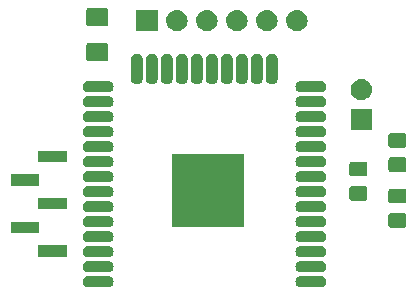
<source format=gbr>
G04 #@! TF.GenerationSoftware,KiCad,Pcbnew,5.0.2-bee76a0~70~ubuntu18.04.1*
G04 #@! TF.CreationDate,2018-12-11T14:37:26+01:00*
G04 #@! TF.ProjectId,Thermometer,54686572-6d6f-46d6-9574-65722e6b6963,rev?*
G04 #@! TF.SameCoordinates,Original*
G04 #@! TF.FileFunction,Soldermask,Top*
G04 #@! TF.FilePolarity,Negative*
%FSLAX46Y46*%
G04 Gerber Fmt 4.6, Leading zero omitted, Abs format (unit mm)*
G04 Created by KiCad (PCBNEW 5.0.2-bee76a0~70~ubuntu18.04.1) date mar. 11 déc. 2018 14:37:26 CET*
%MOMM*%
%LPD*%
G01*
G04 APERTURE LIST*
%ADD10C,0.100000*%
G04 APERTURE END LIST*
D10*
G36*
X121744779Y-108591587D02*
X121839218Y-108620235D01*
X121926253Y-108666756D01*
X122002541Y-108729363D01*
X122065148Y-108805651D01*
X122111669Y-108892686D01*
X122140317Y-108987125D01*
X122149990Y-109085338D01*
X122140317Y-109183551D01*
X122111669Y-109277990D01*
X122065148Y-109365025D01*
X122002541Y-109441313D01*
X121926253Y-109503920D01*
X121839218Y-109550441D01*
X121744779Y-109579089D01*
X121671178Y-109586338D01*
X120021954Y-109586338D01*
X119948353Y-109579089D01*
X119853914Y-109550441D01*
X119766879Y-109503920D01*
X119690591Y-109441313D01*
X119627984Y-109365025D01*
X119581463Y-109277990D01*
X119552815Y-109183551D01*
X119543142Y-109085338D01*
X119552815Y-108987125D01*
X119581463Y-108892686D01*
X119627984Y-108805651D01*
X119690591Y-108729363D01*
X119766879Y-108666756D01*
X119853914Y-108620235D01*
X119948353Y-108591587D01*
X120021954Y-108584338D01*
X121671178Y-108584338D01*
X121744779Y-108591587D01*
X121744779Y-108591587D01*
G37*
G36*
X139744779Y-108591587D02*
X139839218Y-108620235D01*
X139926253Y-108666756D01*
X140002541Y-108729363D01*
X140065148Y-108805651D01*
X140111669Y-108892686D01*
X140140317Y-108987125D01*
X140149990Y-109085338D01*
X140140317Y-109183551D01*
X140111669Y-109277990D01*
X140065148Y-109365025D01*
X140002541Y-109441313D01*
X139926253Y-109503920D01*
X139839218Y-109550441D01*
X139744779Y-109579089D01*
X139671178Y-109586338D01*
X138021954Y-109586338D01*
X137948353Y-109579089D01*
X137853914Y-109550441D01*
X137766879Y-109503920D01*
X137690591Y-109441313D01*
X137627984Y-109365025D01*
X137581463Y-109277990D01*
X137552815Y-109183551D01*
X137543142Y-109085338D01*
X137552815Y-108987125D01*
X137581463Y-108892686D01*
X137627984Y-108805651D01*
X137690591Y-108729363D01*
X137766879Y-108666756D01*
X137853914Y-108620235D01*
X137948353Y-108591587D01*
X138021954Y-108584338D01*
X139671178Y-108584338D01*
X139744779Y-108591587D01*
X139744779Y-108591587D01*
G37*
G36*
X139744779Y-107321587D02*
X139839218Y-107350235D01*
X139926253Y-107396756D01*
X140002541Y-107459363D01*
X140065148Y-107535651D01*
X140111669Y-107622686D01*
X140140317Y-107717125D01*
X140149990Y-107815338D01*
X140140317Y-107913551D01*
X140111669Y-108007990D01*
X140065148Y-108095025D01*
X140002541Y-108171313D01*
X139926253Y-108233920D01*
X139839218Y-108280441D01*
X139744779Y-108309089D01*
X139671178Y-108316338D01*
X138021954Y-108316338D01*
X137948353Y-108309089D01*
X137853914Y-108280441D01*
X137766879Y-108233920D01*
X137690591Y-108171313D01*
X137627984Y-108095025D01*
X137581463Y-108007990D01*
X137552815Y-107913551D01*
X137543142Y-107815338D01*
X137552815Y-107717125D01*
X137581463Y-107622686D01*
X137627984Y-107535651D01*
X137690591Y-107459363D01*
X137766879Y-107396756D01*
X137853914Y-107350235D01*
X137948353Y-107321587D01*
X138021954Y-107314338D01*
X139671178Y-107314338D01*
X139744779Y-107321587D01*
X139744779Y-107321587D01*
G37*
G36*
X121744779Y-107321587D02*
X121839218Y-107350235D01*
X121926253Y-107396756D01*
X122002541Y-107459363D01*
X122065148Y-107535651D01*
X122111669Y-107622686D01*
X122140317Y-107717125D01*
X122149990Y-107815338D01*
X122140317Y-107913551D01*
X122111669Y-108007990D01*
X122065148Y-108095025D01*
X122002541Y-108171313D01*
X121926253Y-108233920D01*
X121839218Y-108280441D01*
X121744779Y-108309089D01*
X121671178Y-108316338D01*
X120021954Y-108316338D01*
X119948353Y-108309089D01*
X119853914Y-108280441D01*
X119766879Y-108233920D01*
X119690591Y-108171313D01*
X119627984Y-108095025D01*
X119581463Y-108007990D01*
X119552815Y-107913551D01*
X119543142Y-107815338D01*
X119552815Y-107717125D01*
X119581463Y-107622686D01*
X119627984Y-107535651D01*
X119690591Y-107459363D01*
X119766879Y-107396756D01*
X119853914Y-107350235D01*
X119948353Y-107321587D01*
X120021954Y-107314338D01*
X121671178Y-107314338D01*
X121744779Y-107321587D01*
X121744779Y-107321587D01*
G37*
G36*
X139744779Y-106051587D02*
X139839218Y-106080235D01*
X139926253Y-106126756D01*
X140002541Y-106189363D01*
X140065148Y-106265651D01*
X140111669Y-106352686D01*
X140140317Y-106447125D01*
X140149990Y-106545338D01*
X140140317Y-106643551D01*
X140111669Y-106737990D01*
X140065148Y-106825025D01*
X140002541Y-106901313D01*
X139926253Y-106963920D01*
X139839218Y-107010441D01*
X139744779Y-107039089D01*
X139671178Y-107046338D01*
X138021954Y-107046338D01*
X137948353Y-107039089D01*
X137853914Y-107010441D01*
X137766879Y-106963920D01*
X137690591Y-106901313D01*
X137627984Y-106825025D01*
X137581463Y-106737990D01*
X137552815Y-106643551D01*
X137543142Y-106545338D01*
X137552815Y-106447125D01*
X137581463Y-106352686D01*
X137627984Y-106265651D01*
X137690591Y-106189363D01*
X137766879Y-106126756D01*
X137853914Y-106080235D01*
X137948353Y-106051587D01*
X138021954Y-106044338D01*
X139671178Y-106044338D01*
X139744779Y-106051587D01*
X139744779Y-106051587D01*
G37*
G36*
X121744779Y-106051587D02*
X121839218Y-106080235D01*
X121926253Y-106126756D01*
X122002541Y-106189363D01*
X122065148Y-106265651D01*
X122111669Y-106352686D01*
X122140317Y-106447125D01*
X122149990Y-106545338D01*
X122140317Y-106643551D01*
X122111669Y-106737990D01*
X122065148Y-106825025D01*
X122002541Y-106901313D01*
X121926253Y-106963920D01*
X121839218Y-107010441D01*
X121744779Y-107039089D01*
X121671178Y-107046338D01*
X120021954Y-107046338D01*
X119948353Y-107039089D01*
X119853914Y-107010441D01*
X119766879Y-106963920D01*
X119690591Y-106901313D01*
X119627984Y-106825025D01*
X119581463Y-106737990D01*
X119552815Y-106643551D01*
X119543142Y-106545338D01*
X119552815Y-106447125D01*
X119581463Y-106352686D01*
X119627984Y-106265651D01*
X119690591Y-106189363D01*
X119766879Y-106126756D01*
X119853914Y-106080235D01*
X119948353Y-106051587D01*
X120021954Y-106044338D01*
X121671178Y-106044338D01*
X121744779Y-106051587D01*
X121744779Y-106051587D01*
G37*
G36*
X118226000Y-106976000D02*
X115774000Y-106976000D01*
X115774000Y-106024000D01*
X118226000Y-106024000D01*
X118226000Y-106976000D01*
X118226000Y-106976000D01*
G37*
G36*
X139744779Y-104781587D02*
X139839218Y-104810235D01*
X139926253Y-104856756D01*
X140002541Y-104919363D01*
X140065148Y-104995651D01*
X140111669Y-105082686D01*
X140140317Y-105177125D01*
X140149990Y-105275338D01*
X140140317Y-105373551D01*
X140111669Y-105467990D01*
X140065148Y-105555025D01*
X140002541Y-105631313D01*
X139926253Y-105693920D01*
X139839218Y-105740441D01*
X139744779Y-105769089D01*
X139671178Y-105776338D01*
X138021954Y-105776338D01*
X137948353Y-105769089D01*
X137853914Y-105740441D01*
X137766879Y-105693920D01*
X137690591Y-105631313D01*
X137627984Y-105555025D01*
X137581463Y-105467990D01*
X137552815Y-105373551D01*
X137543142Y-105275338D01*
X137552815Y-105177125D01*
X137581463Y-105082686D01*
X137627984Y-104995651D01*
X137690591Y-104919363D01*
X137766879Y-104856756D01*
X137853914Y-104810235D01*
X137948353Y-104781587D01*
X138021954Y-104774338D01*
X139671178Y-104774338D01*
X139744779Y-104781587D01*
X139744779Y-104781587D01*
G37*
G36*
X121744779Y-104781587D02*
X121839218Y-104810235D01*
X121926253Y-104856756D01*
X122002541Y-104919363D01*
X122065148Y-104995651D01*
X122111669Y-105082686D01*
X122140317Y-105177125D01*
X122149990Y-105275338D01*
X122140317Y-105373551D01*
X122111669Y-105467990D01*
X122065148Y-105555025D01*
X122002541Y-105631313D01*
X121926253Y-105693920D01*
X121839218Y-105740441D01*
X121744779Y-105769089D01*
X121671178Y-105776338D01*
X120021954Y-105776338D01*
X119948353Y-105769089D01*
X119853914Y-105740441D01*
X119766879Y-105693920D01*
X119690591Y-105631313D01*
X119627984Y-105555025D01*
X119581463Y-105467990D01*
X119552815Y-105373551D01*
X119543142Y-105275338D01*
X119552815Y-105177125D01*
X119581463Y-105082686D01*
X119627984Y-104995651D01*
X119690591Y-104919363D01*
X119766879Y-104856756D01*
X119853914Y-104810235D01*
X119948353Y-104781587D01*
X120021954Y-104774338D01*
X121671178Y-104774338D01*
X121744779Y-104781587D01*
X121744779Y-104781587D01*
G37*
G36*
X115876000Y-104976000D02*
X113424000Y-104976000D01*
X113424000Y-104024000D01*
X115876000Y-104024000D01*
X115876000Y-104976000D01*
X115876000Y-104976000D01*
G37*
G36*
X146765677Y-103282465D02*
X146803364Y-103293898D01*
X146838103Y-103312466D01*
X146868548Y-103337452D01*
X146893534Y-103367897D01*
X146912102Y-103402636D01*
X146923535Y-103440323D01*
X146928000Y-103485661D01*
X146928000Y-104322339D01*
X146923535Y-104367677D01*
X146912102Y-104405364D01*
X146893534Y-104440103D01*
X146868548Y-104470548D01*
X146838103Y-104495534D01*
X146803364Y-104514102D01*
X146765677Y-104525535D01*
X146720339Y-104530000D01*
X145633661Y-104530000D01*
X145588323Y-104525535D01*
X145550636Y-104514102D01*
X145515897Y-104495534D01*
X145485452Y-104470548D01*
X145460466Y-104440103D01*
X145441898Y-104405364D01*
X145430465Y-104367677D01*
X145426000Y-104322339D01*
X145426000Y-103485661D01*
X145430465Y-103440323D01*
X145441898Y-103402636D01*
X145460466Y-103367897D01*
X145485452Y-103337452D01*
X145515897Y-103312466D01*
X145550636Y-103293898D01*
X145588323Y-103282465D01*
X145633661Y-103278000D01*
X146720339Y-103278000D01*
X146765677Y-103282465D01*
X146765677Y-103282465D01*
G37*
G36*
X121744779Y-103511587D02*
X121839218Y-103540235D01*
X121926253Y-103586756D01*
X122002541Y-103649363D01*
X122065148Y-103725651D01*
X122111669Y-103812686D01*
X122140317Y-103907125D01*
X122149990Y-104005338D01*
X122140317Y-104103551D01*
X122111669Y-104197990D01*
X122065148Y-104285025D01*
X122002541Y-104361313D01*
X121926253Y-104423920D01*
X121839218Y-104470441D01*
X121744779Y-104499089D01*
X121671178Y-104506338D01*
X120021954Y-104506338D01*
X119948353Y-104499089D01*
X119853914Y-104470441D01*
X119766879Y-104423920D01*
X119690591Y-104361313D01*
X119627984Y-104285025D01*
X119581463Y-104197990D01*
X119552815Y-104103551D01*
X119543142Y-104005338D01*
X119552815Y-103907125D01*
X119581463Y-103812686D01*
X119627984Y-103725651D01*
X119690591Y-103649363D01*
X119766879Y-103586756D01*
X119853914Y-103540235D01*
X119948353Y-103511587D01*
X120021954Y-103504338D01*
X121671178Y-103504338D01*
X121744779Y-103511587D01*
X121744779Y-103511587D01*
G37*
G36*
X139744779Y-103511587D02*
X139839218Y-103540235D01*
X139926253Y-103586756D01*
X140002541Y-103649363D01*
X140065148Y-103725651D01*
X140111669Y-103812686D01*
X140140317Y-103907125D01*
X140149990Y-104005338D01*
X140140317Y-104103551D01*
X140111669Y-104197990D01*
X140065148Y-104285025D01*
X140002541Y-104361313D01*
X139926253Y-104423920D01*
X139839218Y-104470441D01*
X139744779Y-104499089D01*
X139671178Y-104506338D01*
X138021954Y-104506338D01*
X137948353Y-104499089D01*
X137853914Y-104470441D01*
X137766879Y-104423920D01*
X137690591Y-104361313D01*
X137627984Y-104285025D01*
X137581463Y-104197990D01*
X137552815Y-104103551D01*
X137543142Y-104005338D01*
X137552815Y-103907125D01*
X137581463Y-103812686D01*
X137627984Y-103725651D01*
X137690591Y-103649363D01*
X137766879Y-103586756D01*
X137853914Y-103540235D01*
X137948353Y-103511587D01*
X138021954Y-103504338D01*
X139671178Y-103504338D01*
X139744779Y-103511587D01*
X139744779Y-103511587D01*
G37*
G36*
X133197566Y-104436338D02*
X127095566Y-104436338D01*
X127095566Y-98334338D01*
X133197566Y-98334338D01*
X133197566Y-104436338D01*
X133197566Y-104436338D01*
G37*
G36*
X139744779Y-102241587D02*
X139839218Y-102270235D01*
X139926253Y-102316756D01*
X140002541Y-102379363D01*
X140065148Y-102455651D01*
X140111669Y-102542686D01*
X140140317Y-102637125D01*
X140149990Y-102735338D01*
X140140317Y-102833551D01*
X140111669Y-102927990D01*
X140065148Y-103015025D01*
X140002541Y-103091313D01*
X139926253Y-103153920D01*
X139839218Y-103200441D01*
X139744779Y-103229089D01*
X139671178Y-103236338D01*
X138021954Y-103236338D01*
X137948353Y-103229089D01*
X137853914Y-103200441D01*
X137766879Y-103153920D01*
X137690591Y-103091313D01*
X137627984Y-103015025D01*
X137581463Y-102927990D01*
X137552815Y-102833551D01*
X137543142Y-102735338D01*
X137552815Y-102637125D01*
X137581463Y-102542686D01*
X137627984Y-102455651D01*
X137690591Y-102379363D01*
X137766879Y-102316756D01*
X137853914Y-102270235D01*
X137948353Y-102241587D01*
X138021954Y-102234338D01*
X139671178Y-102234338D01*
X139744779Y-102241587D01*
X139744779Y-102241587D01*
G37*
G36*
X121744779Y-102241587D02*
X121839218Y-102270235D01*
X121926253Y-102316756D01*
X122002541Y-102379363D01*
X122065148Y-102455651D01*
X122111669Y-102542686D01*
X122140317Y-102637125D01*
X122149990Y-102735338D01*
X122140317Y-102833551D01*
X122111669Y-102927990D01*
X122065148Y-103015025D01*
X122002541Y-103091313D01*
X121926253Y-103153920D01*
X121839218Y-103200441D01*
X121744779Y-103229089D01*
X121671178Y-103236338D01*
X120021954Y-103236338D01*
X119948353Y-103229089D01*
X119853914Y-103200441D01*
X119766879Y-103153920D01*
X119690591Y-103091313D01*
X119627984Y-103015025D01*
X119581463Y-102927990D01*
X119552815Y-102833551D01*
X119543142Y-102735338D01*
X119552815Y-102637125D01*
X119581463Y-102542686D01*
X119627984Y-102455651D01*
X119690591Y-102379363D01*
X119766879Y-102316756D01*
X119853914Y-102270235D01*
X119948353Y-102241587D01*
X120021954Y-102234338D01*
X121671178Y-102234338D01*
X121744779Y-102241587D01*
X121744779Y-102241587D01*
G37*
G36*
X118226000Y-102976000D02*
X115774000Y-102976000D01*
X115774000Y-102024000D01*
X118226000Y-102024000D01*
X118226000Y-102976000D01*
X118226000Y-102976000D01*
G37*
G36*
X146765677Y-101232465D02*
X146803364Y-101243898D01*
X146838103Y-101262466D01*
X146868548Y-101287452D01*
X146893534Y-101317897D01*
X146912102Y-101352636D01*
X146923535Y-101390323D01*
X146928000Y-101435661D01*
X146928000Y-102272339D01*
X146923535Y-102317677D01*
X146912102Y-102355364D01*
X146893534Y-102390103D01*
X146868548Y-102420548D01*
X146838103Y-102445534D01*
X146803364Y-102464102D01*
X146765677Y-102475535D01*
X146720339Y-102480000D01*
X145633661Y-102480000D01*
X145588323Y-102475535D01*
X145550636Y-102464102D01*
X145515897Y-102445534D01*
X145485452Y-102420548D01*
X145460466Y-102390103D01*
X145441898Y-102355364D01*
X145430465Y-102317677D01*
X145426000Y-102272339D01*
X145426000Y-101435661D01*
X145430465Y-101390323D01*
X145441898Y-101352636D01*
X145460466Y-101317897D01*
X145485452Y-101287452D01*
X145515897Y-101262466D01*
X145550636Y-101243898D01*
X145588323Y-101232465D01*
X145633661Y-101228000D01*
X146720339Y-101228000D01*
X146765677Y-101232465D01*
X146765677Y-101232465D01*
G37*
G36*
X143463677Y-100996465D02*
X143501364Y-101007898D01*
X143536103Y-101026466D01*
X143566548Y-101051452D01*
X143591534Y-101081897D01*
X143610102Y-101116636D01*
X143621535Y-101154323D01*
X143626000Y-101199661D01*
X143626000Y-102036339D01*
X143621535Y-102081677D01*
X143610102Y-102119364D01*
X143591534Y-102154103D01*
X143566548Y-102184548D01*
X143536103Y-102209534D01*
X143501364Y-102228102D01*
X143463677Y-102239535D01*
X143418339Y-102244000D01*
X142331661Y-102244000D01*
X142286323Y-102239535D01*
X142248636Y-102228102D01*
X142213897Y-102209534D01*
X142183452Y-102184548D01*
X142158466Y-102154103D01*
X142139898Y-102119364D01*
X142128465Y-102081677D01*
X142124000Y-102036339D01*
X142124000Y-101199661D01*
X142128465Y-101154323D01*
X142139898Y-101116636D01*
X142158466Y-101081897D01*
X142183452Y-101051452D01*
X142213897Y-101026466D01*
X142248636Y-101007898D01*
X142286323Y-100996465D01*
X142331661Y-100992000D01*
X143418339Y-100992000D01*
X143463677Y-100996465D01*
X143463677Y-100996465D01*
G37*
G36*
X139744779Y-100971587D02*
X139839218Y-101000235D01*
X139926253Y-101046756D01*
X140002541Y-101109363D01*
X140065148Y-101185651D01*
X140111669Y-101272686D01*
X140140317Y-101367125D01*
X140149990Y-101465338D01*
X140140317Y-101563551D01*
X140111669Y-101657990D01*
X140065148Y-101745025D01*
X140002541Y-101821313D01*
X139926253Y-101883920D01*
X139839218Y-101930441D01*
X139744779Y-101959089D01*
X139671178Y-101966338D01*
X138021954Y-101966338D01*
X137948353Y-101959089D01*
X137853914Y-101930441D01*
X137766879Y-101883920D01*
X137690591Y-101821313D01*
X137627984Y-101745025D01*
X137581463Y-101657990D01*
X137552815Y-101563551D01*
X137543142Y-101465338D01*
X137552815Y-101367125D01*
X137581463Y-101272686D01*
X137627984Y-101185651D01*
X137690591Y-101109363D01*
X137766879Y-101046756D01*
X137853914Y-101000235D01*
X137948353Y-100971587D01*
X138021954Y-100964338D01*
X139671178Y-100964338D01*
X139744779Y-100971587D01*
X139744779Y-100971587D01*
G37*
G36*
X121744779Y-100971587D02*
X121839218Y-101000235D01*
X121926253Y-101046756D01*
X122002541Y-101109363D01*
X122065148Y-101185651D01*
X122111669Y-101272686D01*
X122140317Y-101367125D01*
X122149990Y-101465338D01*
X122140317Y-101563551D01*
X122111669Y-101657990D01*
X122065148Y-101745025D01*
X122002541Y-101821313D01*
X121926253Y-101883920D01*
X121839218Y-101930441D01*
X121744779Y-101959089D01*
X121671178Y-101966338D01*
X120021954Y-101966338D01*
X119948353Y-101959089D01*
X119853914Y-101930441D01*
X119766879Y-101883920D01*
X119690591Y-101821313D01*
X119627984Y-101745025D01*
X119581463Y-101657990D01*
X119552815Y-101563551D01*
X119543142Y-101465338D01*
X119552815Y-101367125D01*
X119581463Y-101272686D01*
X119627984Y-101185651D01*
X119690591Y-101109363D01*
X119766879Y-101046756D01*
X119853914Y-101000235D01*
X119948353Y-100971587D01*
X120021954Y-100964338D01*
X121671178Y-100964338D01*
X121744779Y-100971587D01*
X121744779Y-100971587D01*
G37*
G36*
X115876000Y-100976000D02*
X113424000Y-100976000D01*
X113424000Y-100024000D01*
X115876000Y-100024000D01*
X115876000Y-100976000D01*
X115876000Y-100976000D01*
G37*
G36*
X121744779Y-99701587D02*
X121839218Y-99730235D01*
X121926253Y-99776756D01*
X122002541Y-99839363D01*
X122065148Y-99915651D01*
X122111669Y-100002686D01*
X122140317Y-100097125D01*
X122149990Y-100195338D01*
X122140317Y-100293551D01*
X122111669Y-100387990D01*
X122065148Y-100475025D01*
X122002541Y-100551313D01*
X121926253Y-100613920D01*
X121839218Y-100660441D01*
X121744779Y-100689089D01*
X121671178Y-100696338D01*
X120021954Y-100696338D01*
X119948353Y-100689089D01*
X119853914Y-100660441D01*
X119766879Y-100613920D01*
X119690591Y-100551313D01*
X119627984Y-100475025D01*
X119581463Y-100387990D01*
X119552815Y-100293551D01*
X119543142Y-100195338D01*
X119552815Y-100097125D01*
X119581463Y-100002686D01*
X119627984Y-99915651D01*
X119690591Y-99839363D01*
X119766879Y-99776756D01*
X119853914Y-99730235D01*
X119948353Y-99701587D01*
X120021954Y-99694338D01*
X121671178Y-99694338D01*
X121744779Y-99701587D01*
X121744779Y-99701587D01*
G37*
G36*
X139744779Y-99701587D02*
X139839218Y-99730235D01*
X139926253Y-99776756D01*
X140002541Y-99839363D01*
X140065148Y-99915651D01*
X140111669Y-100002686D01*
X140140317Y-100097125D01*
X140149990Y-100195338D01*
X140140317Y-100293551D01*
X140111669Y-100387990D01*
X140065148Y-100475025D01*
X140002541Y-100551313D01*
X139926253Y-100613920D01*
X139839218Y-100660441D01*
X139744779Y-100689089D01*
X139671178Y-100696338D01*
X138021954Y-100696338D01*
X137948353Y-100689089D01*
X137853914Y-100660441D01*
X137766879Y-100613920D01*
X137690591Y-100551313D01*
X137627984Y-100475025D01*
X137581463Y-100387990D01*
X137552815Y-100293551D01*
X137543142Y-100195338D01*
X137552815Y-100097125D01*
X137581463Y-100002686D01*
X137627984Y-99915651D01*
X137690591Y-99839363D01*
X137766879Y-99776756D01*
X137853914Y-99730235D01*
X137948353Y-99701587D01*
X138021954Y-99694338D01*
X139671178Y-99694338D01*
X139744779Y-99701587D01*
X139744779Y-99701587D01*
G37*
G36*
X143463677Y-98946465D02*
X143501364Y-98957898D01*
X143536103Y-98976466D01*
X143566548Y-99001452D01*
X143591534Y-99031897D01*
X143610102Y-99066636D01*
X143621535Y-99104323D01*
X143626000Y-99149661D01*
X143626000Y-99986339D01*
X143621535Y-100031677D01*
X143610102Y-100069364D01*
X143591534Y-100104103D01*
X143566548Y-100134548D01*
X143536103Y-100159534D01*
X143501364Y-100178102D01*
X143463677Y-100189535D01*
X143418339Y-100194000D01*
X142331661Y-100194000D01*
X142286323Y-100189535D01*
X142248636Y-100178102D01*
X142213897Y-100159534D01*
X142183452Y-100134548D01*
X142158466Y-100104103D01*
X142139898Y-100069364D01*
X142128465Y-100031677D01*
X142124000Y-99986339D01*
X142124000Y-99149661D01*
X142128465Y-99104323D01*
X142139898Y-99066636D01*
X142158466Y-99031897D01*
X142183452Y-99001452D01*
X142213897Y-98976466D01*
X142248636Y-98957898D01*
X142286323Y-98946465D01*
X142331661Y-98942000D01*
X143418339Y-98942000D01*
X143463677Y-98946465D01*
X143463677Y-98946465D01*
G37*
G36*
X146765677Y-98565465D02*
X146803364Y-98576898D01*
X146838103Y-98595466D01*
X146868548Y-98620452D01*
X146893534Y-98650897D01*
X146912102Y-98685636D01*
X146923535Y-98723323D01*
X146928000Y-98768661D01*
X146928000Y-99605339D01*
X146923535Y-99650677D01*
X146912102Y-99688364D01*
X146893534Y-99723103D01*
X146868548Y-99753548D01*
X146838103Y-99778534D01*
X146803364Y-99797102D01*
X146765677Y-99808535D01*
X146720339Y-99813000D01*
X145633661Y-99813000D01*
X145588323Y-99808535D01*
X145550636Y-99797102D01*
X145515897Y-99778534D01*
X145485452Y-99753548D01*
X145460466Y-99723103D01*
X145441898Y-99688364D01*
X145430465Y-99650677D01*
X145426000Y-99605339D01*
X145426000Y-98768661D01*
X145430465Y-98723323D01*
X145441898Y-98685636D01*
X145460466Y-98650897D01*
X145485452Y-98620452D01*
X145515897Y-98595466D01*
X145550636Y-98576898D01*
X145588323Y-98565465D01*
X145633661Y-98561000D01*
X146720339Y-98561000D01*
X146765677Y-98565465D01*
X146765677Y-98565465D01*
G37*
G36*
X139744779Y-98431587D02*
X139839218Y-98460235D01*
X139926253Y-98506756D01*
X140002541Y-98569363D01*
X140065148Y-98645651D01*
X140111669Y-98732686D01*
X140140317Y-98827125D01*
X140149990Y-98925338D01*
X140140317Y-99023551D01*
X140111669Y-99117990D01*
X140065148Y-99205025D01*
X140002541Y-99281313D01*
X139926253Y-99343920D01*
X139839218Y-99390441D01*
X139744779Y-99419089D01*
X139671178Y-99426338D01*
X138021954Y-99426338D01*
X137948353Y-99419089D01*
X137853914Y-99390441D01*
X137766879Y-99343920D01*
X137690591Y-99281313D01*
X137627984Y-99205025D01*
X137581463Y-99117990D01*
X137552815Y-99023551D01*
X137543142Y-98925338D01*
X137552815Y-98827125D01*
X137581463Y-98732686D01*
X137627984Y-98645651D01*
X137690591Y-98569363D01*
X137766879Y-98506756D01*
X137853914Y-98460235D01*
X137948353Y-98431587D01*
X138021954Y-98424338D01*
X139671178Y-98424338D01*
X139744779Y-98431587D01*
X139744779Y-98431587D01*
G37*
G36*
X121744779Y-98431587D02*
X121839218Y-98460235D01*
X121926253Y-98506756D01*
X122002541Y-98569363D01*
X122065148Y-98645651D01*
X122111669Y-98732686D01*
X122140317Y-98827125D01*
X122149990Y-98925338D01*
X122140317Y-99023551D01*
X122111669Y-99117990D01*
X122065148Y-99205025D01*
X122002541Y-99281313D01*
X121926253Y-99343920D01*
X121839218Y-99390441D01*
X121744779Y-99419089D01*
X121671178Y-99426338D01*
X120021954Y-99426338D01*
X119948353Y-99419089D01*
X119853914Y-99390441D01*
X119766879Y-99343920D01*
X119690591Y-99281313D01*
X119627984Y-99205025D01*
X119581463Y-99117990D01*
X119552815Y-99023551D01*
X119543142Y-98925338D01*
X119552815Y-98827125D01*
X119581463Y-98732686D01*
X119627984Y-98645651D01*
X119690591Y-98569363D01*
X119766879Y-98506756D01*
X119853914Y-98460235D01*
X119948353Y-98431587D01*
X120021954Y-98424338D01*
X121671178Y-98424338D01*
X121744779Y-98431587D01*
X121744779Y-98431587D01*
G37*
G36*
X118226000Y-98976000D02*
X115774000Y-98976000D01*
X115774000Y-98024000D01*
X118226000Y-98024000D01*
X118226000Y-98976000D01*
X118226000Y-98976000D01*
G37*
G36*
X139744779Y-97161587D02*
X139839218Y-97190235D01*
X139926253Y-97236756D01*
X140002541Y-97299363D01*
X140065148Y-97375651D01*
X140111669Y-97462686D01*
X140140317Y-97557125D01*
X140149990Y-97655338D01*
X140140317Y-97753551D01*
X140111669Y-97847990D01*
X140065148Y-97935025D01*
X140002541Y-98011313D01*
X139926253Y-98073920D01*
X139839218Y-98120441D01*
X139744779Y-98149089D01*
X139671178Y-98156338D01*
X138021954Y-98156338D01*
X137948353Y-98149089D01*
X137853914Y-98120441D01*
X137766879Y-98073920D01*
X137690591Y-98011313D01*
X137627984Y-97935025D01*
X137581463Y-97847990D01*
X137552815Y-97753551D01*
X137543142Y-97655338D01*
X137552815Y-97557125D01*
X137581463Y-97462686D01*
X137627984Y-97375651D01*
X137690591Y-97299363D01*
X137766879Y-97236756D01*
X137853914Y-97190235D01*
X137948353Y-97161587D01*
X138021954Y-97154338D01*
X139671178Y-97154338D01*
X139744779Y-97161587D01*
X139744779Y-97161587D01*
G37*
G36*
X121744779Y-97161587D02*
X121839218Y-97190235D01*
X121926253Y-97236756D01*
X122002541Y-97299363D01*
X122065148Y-97375651D01*
X122111669Y-97462686D01*
X122140317Y-97557125D01*
X122149990Y-97655338D01*
X122140317Y-97753551D01*
X122111669Y-97847990D01*
X122065148Y-97935025D01*
X122002541Y-98011313D01*
X121926253Y-98073920D01*
X121839218Y-98120441D01*
X121744779Y-98149089D01*
X121671178Y-98156338D01*
X120021954Y-98156338D01*
X119948353Y-98149089D01*
X119853914Y-98120441D01*
X119766879Y-98073920D01*
X119690591Y-98011313D01*
X119627984Y-97935025D01*
X119581463Y-97847990D01*
X119552815Y-97753551D01*
X119543142Y-97655338D01*
X119552815Y-97557125D01*
X119581463Y-97462686D01*
X119627984Y-97375651D01*
X119690591Y-97299363D01*
X119766879Y-97236756D01*
X119853914Y-97190235D01*
X119948353Y-97161587D01*
X120021954Y-97154338D01*
X121671178Y-97154338D01*
X121744779Y-97161587D01*
X121744779Y-97161587D01*
G37*
G36*
X146765677Y-96515465D02*
X146803364Y-96526898D01*
X146838103Y-96545466D01*
X146868548Y-96570452D01*
X146893534Y-96600897D01*
X146912102Y-96635636D01*
X146923535Y-96673323D01*
X146928000Y-96718661D01*
X146928000Y-97555339D01*
X146923535Y-97600677D01*
X146912102Y-97638364D01*
X146893534Y-97673103D01*
X146868548Y-97703548D01*
X146838103Y-97728534D01*
X146803364Y-97747102D01*
X146765677Y-97758535D01*
X146720339Y-97763000D01*
X145633661Y-97763000D01*
X145588323Y-97758535D01*
X145550636Y-97747102D01*
X145515897Y-97728534D01*
X145485452Y-97703548D01*
X145460466Y-97673103D01*
X145441898Y-97638364D01*
X145430465Y-97600677D01*
X145426000Y-97555339D01*
X145426000Y-96718661D01*
X145430465Y-96673323D01*
X145441898Y-96635636D01*
X145460466Y-96600897D01*
X145485452Y-96570452D01*
X145515897Y-96545466D01*
X145550636Y-96526898D01*
X145588323Y-96515465D01*
X145633661Y-96511000D01*
X146720339Y-96511000D01*
X146765677Y-96515465D01*
X146765677Y-96515465D01*
G37*
G36*
X139744779Y-95891587D02*
X139839218Y-95920235D01*
X139926253Y-95966756D01*
X140002541Y-96029363D01*
X140065148Y-96105651D01*
X140111669Y-96192686D01*
X140140317Y-96287125D01*
X140149990Y-96385338D01*
X140140317Y-96483551D01*
X140111669Y-96577990D01*
X140065148Y-96665025D01*
X140002541Y-96741313D01*
X139926253Y-96803920D01*
X139839218Y-96850441D01*
X139744779Y-96879089D01*
X139671178Y-96886338D01*
X138021954Y-96886338D01*
X137948353Y-96879089D01*
X137853914Y-96850441D01*
X137766879Y-96803920D01*
X137690591Y-96741313D01*
X137627984Y-96665025D01*
X137581463Y-96577990D01*
X137552815Y-96483551D01*
X137543142Y-96385338D01*
X137552815Y-96287125D01*
X137581463Y-96192686D01*
X137627984Y-96105651D01*
X137690591Y-96029363D01*
X137766879Y-95966756D01*
X137853914Y-95920235D01*
X137948353Y-95891587D01*
X138021954Y-95884338D01*
X139671178Y-95884338D01*
X139744779Y-95891587D01*
X139744779Y-95891587D01*
G37*
G36*
X121744779Y-95891587D02*
X121839218Y-95920235D01*
X121926253Y-95966756D01*
X122002541Y-96029363D01*
X122065148Y-96105651D01*
X122111669Y-96192686D01*
X122140317Y-96287125D01*
X122149990Y-96385338D01*
X122140317Y-96483551D01*
X122111669Y-96577990D01*
X122065148Y-96665025D01*
X122002541Y-96741313D01*
X121926253Y-96803920D01*
X121839218Y-96850441D01*
X121744779Y-96879089D01*
X121671178Y-96886338D01*
X120021954Y-96886338D01*
X119948353Y-96879089D01*
X119853914Y-96850441D01*
X119766879Y-96803920D01*
X119690591Y-96741313D01*
X119627984Y-96665025D01*
X119581463Y-96577990D01*
X119552815Y-96483551D01*
X119543142Y-96385338D01*
X119552815Y-96287125D01*
X119581463Y-96192686D01*
X119627984Y-96105651D01*
X119690591Y-96029363D01*
X119766879Y-95966756D01*
X119853914Y-95920235D01*
X119948353Y-95891587D01*
X120021954Y-95884338D01*
X121671178Y-95884338D01*
X121744779Y-95891587D01*
X121744779Y-95891587D01*
G37*
G36*
X144030000Y-96278000D02*
X142228000Y-96278000D01*
X142228000Y-94476000D01*
X144030000Y-94476000D01*
X144030000Y-96278000D01*
X144030000Y-96278000D01*
G37*
G36*
X121744779Y-94621587D02*
X121839218Y-94650235D01*
X121926253Y-94696756D01*
X122002541Y-94759363D01*
X122065148Y-94835651D01*
X122111669Y-94922686D01*
X122140317Y-95017125D01*
X122149990Y-95115338D01*
X122140317Y-95213551D01*
X122111669Y-95307990D01*
X122065148Y-95395025D01*
X122002541Y-95471313D01*
X121926253Y-95533920D01*
X121839218Y-95580441D01*
X121744779Y-95609089D01*
X121671178Y-95616338D01*
X120021954Y-95616338D01*
X119948353Y-95609089D01*
X119853914Y-95580441D01*
X119766879Y-95533920D01*
X119690591Y-95471313D01*
X119627984Y-95395025D01*
X119581463Y-95307990D01*
X119552815Y-95213551D01*
X119543142Y-95115338D01*
X119552815Y-95017125D01*
X119581463Y-94922686D01*
X119627984Y-94835651D01*
X119690591Y-94759363D01*
X119766879Y-94696756D01*
X119853914Y-94650235D01*
X119948353Y-94621587D01*
X120021954Y-94614338D01*
X121671178Y-94614338D01*
X121744779Y-94621587D01*
X121744779Y-94621587D01*
G37*
G36*
X139744779Y-94621587D02*
X139839218Y-94650235D01*
X139926253Y-94696756D01*
X140002541Y-94759363D01*
X140065148Y-94835651D01*
X140111669Y-94922686D01*
X140140317Y-95017125D01*
X140149990Y-95115338D01*
X140140317Y-95213551D01*
X140111669Y-95307990D01*
X140065148Y-95395025D01*
X140002541Y-95471313D01*
X139926253Y-95533920D01*
X139839218Y-95580441D01*
X139744779Y-95609089D01*
X139671178Y-95616338D01*
X138021954Y-95616338D01*
X137948353Y-95609089D01*
X137853914Y-95580441D01*
X137766879Y-95533920D01*
X137690591Y-95471313D01*
X137627984Y-95395025D01*
X137581463Y-95307990D01*
X137552815Y-95213551D01*
X137543142Y-95115338D01*
X137552815Y-95017125D01*
X137581463Y-94922686D01*
X137627984Y-94835651D01*
X137690591Y-94759363D01*
X137766879Y-94696756D01*
X137853914Y-94650235D01*
X137948353Y-94621587D01*
X138021954Y-94614338D01*
X139671178Y-94614338D01*
X139744779Y-94621587D01*
X139744779Y-94621587D01*
G37*
G36*
X139744779Y-93351587D02*
X139839218Y-93380235D01*
X139926253Y-93426756D01*
X140002541Y-93489363D01*
X140065148Y-93565651D01*
X140111669Y-93652686D01*
X140140317Y-93747125D01*
X140149990Y-93845338D01*
X140140317Y-93943551D01*
X140111669Y-94037990D01*
X140065148Y-94125025D01*
X140002541Y-94201313D01*
X139926253Y-94263920D01*
X139839218Y-94310441D01*
X139744779Y-94339089D01*
X139671178Y-94346338D01*
X138021954Y-94346338D01*
X137948353Y-94339089D01*
X137853914Y-94310441D01*
X137766879Y-94263920D01*
X137690591Y-94201313D01*
X137627984Y-94125025D01*
X137581463Y-94037990D01*
X137552815Y-93943551D01*
X137543142Y-93845338D01*
X137552815Y-93747125D01*
X137581463Y-93652686D01*
X137627984Y-93565651D01*
X137690591Y-93489363D01*
X137766879Y-93426756D01*
X137853914Y-93380235D01*
X137948353Y-93351587D01*
X138021954Y-93344338D01*
X139671178Y-93344338D01*
X139744779Y-93351587D01*
X139744779Y-93351587D01*
G37*
G36*
X121744779Y-93351587D02*
X121839218Y-93380235D01*
X121926253Y-93426756D01*
X122002541Y-93489363D01*
X122065148Y-93565651D01*
X122111669Y-93652686D01*
X122140317Y-93747125D01*
X122149990Y-93845338D01*
X122140317Y-93943551D01*
X122111669Y-94037990D01*
X122065148Y-94125025D01*
X122002541Y-94201313D01*
X121926253Y-94263920D01*
X121839218Y-94310441D01*
X121744779Y-94339089D01*
X121671178Y-94346338D01*
X120021954Y-94346338D01*
X119948353Y-94339089D01*
X119853914Y-94310441D01*
X119766879Y-94263920D01*
X119690591Y-94201313D01*
X119627984Y-94125025D01*
X119581463Y-94037990D01*
X119552815Y-93943551D01*
X119543142Y-93845338D01*
X119552815Y-93747125D01*
X119581463Y-93652686D01*
X119627984Y-93565651D01*
X119690591Y-93489363D01*
X119766879Y-93426756D01*
X119853914Y-93380235D01*
X119948353Y-93351587D01*
X120021954Y-93344338D01*
X121671178Y-93344338D01*
X121744779Y-93351587D01*
X121744779Y-93351587D01*
G37*
G36*
X143239443Y-91942519D02*
X143305627Y-91949037D01*
X143418853Y-91983384D01*
X143475467Y-92000557D01*
X143613499Y-92074338D01*
X143631991Y-92084222D01*
X143663688Y-92110235D01*
X143769186Y-92196814D01*
X143850297Y-92295650D01*
X143881778Y-92334009D01*
X143881779Y-92334011D01*
X143965443Y-92490533D01*
X143965443Y-92490534D01*
X144016963Y-92660373D01*
X144034359Y-92837000D01*
X144016963Y-93013627D01*
X144008829Y-93040440D01*
X143965443Y-93183467D01*
X143891348Y-93322087D01*
X143881778Y-93339991D01*
X143852448Y-93375729D01*
X143769186Y-93477186D01*
X143667729Y-93560448D01*
X143631991Y-93589778D01*
X143631989Y-93589779D01*
X143475467Y-93673443D01*
X143418853Y-93690616D01*
X143305627Y-93724963D01*
X143239443Y-93731481D01*
X143173260Y-93738000D01*
X143084740Y-93738000D01*
X143018557Y-93731481D01*
X142952373Y-93724963D01*
X142839147Y-93690616D01*
X142782533Y-93673443D01*
X142626011Y-93589779D01*
X142626009Y-93589778D01*
X142590271Y-93560448D01*
X142488814Y-93477186D01*
X142405552Y-93375729D01*
X142376222Y-93339991D01*
X142366652Y-93322087D01*
X142292557Y-93183467D01*
X142249171Y-93040440D01*
X142241037Y-93013627D01*
X142223641Y-92837000D01*
X142241037Y-92660373D01*
X142292557Y-92490534D01*
X142292557Y-92490533D01*
X142376221Y-92334011D01*
X142376222Y-92334009D01*
X142407703Y-92295650D01*
X142488814Y-92196814D01*
X142594312Y-92110235D01*
X142626009Y-92084222D01*
X142644501Y-92074338D01*
X142782533Y-92000557D01*
X142839147Y-91983384D01*
X142952373Y-91949037D01*
X143018557Y-91942519D01*
X143084740Y-91936000D01*
X143173260Y-91936000D01*
X143239443Y-91942519D01*
X143239443Y-91942519D01*
G37*
G36*
X139744779Y-92081587D02*
X139839218Y-92110235D01*
X139926253Y-92156756D01*
X140002541Y-92219363D01*
X140065148Y-92295651D01*
X140111669Y-92382686D01*
X140140317Y-92477125D01*
X140149990Y-92575338D01*
X140140317Y-92673551D01*
X140111669Y-92767990D01*
X140065148Y-92855025D01*
X140002541Y-92931313D01*
X139926253Y-92993920D01*
X139839218Y-93040441D01*
X139744779Y-93069089D01*
X139671178Y-93076338D01*
X138021954Y-93076338D01*
X137948353Y-93069089D01*
X137853914Y-93040441D01*
X137766879Y-92993920D01*
X137690591Y-92931313D01*
X137627984Y-92855025D01*
X137581463Y-92767990D01*
X137552815Y-92673551D01*
X137543142Y-92575338D01*
X137552815Y-92477125D01*
X137581463Y-92382686D01*
X137627984Y-92295651D01*
X137690591Y-92219363D01*
X137766879Y-92156756D01*
X137853914Y-92110235D01*
X137948353Y-92081587D01*
X138021954Y-92074338D01*
X139671178Y-92074338D01*
X139744779Y-92081587D01*
X139744779Y-92081587D01*
G37*
G36*
X121744779Y-92081587D02*
X121839218Y-92110235D01*
X121926253Y-92156756D01*
X122002541Y-92219363D01*
X122065148Y-92295651D01*
X122111669Y-92382686D01*
X122140317Y-92477125D01*
X122149990Y-92575338D01*
X122140317Y-92673551D01*
X122111669Y-92767990D01*
X122065148Y-92855025D01*
X122002541Y-92931313D01*
X121926253Y-92993920D01*
X121839218Y-93040441D01*
X121744779Y-93069089D01*
X121671178Y-93076338D01*
X120021954Y-93076338D01*
X119948353Y-93069089D01*
X119853914Y-93040441D01*
X119766879Y-92993920D01*
X119690591Y-92931313D01*
X119627984Y-92855025D01*
X119581463Y-92767990D01*
X119552815Y-92673551D01*
X119543142Y-92575338D01*
X119552815Y-92477125D01*
X119581463Y-92382686D01*
X119627984Y-92295651D01*
X119690591Y-92219363D01*
X119766879Y-92156756D01*
X119853914Y-92110235D01*
X119948353Y-92081587D01*
X120021954Y-92074338D01*
X121671178Y-92074338D01*
X121744779Y-92081587D01*
X121744779Y-92081587D01*
G37*
G36*
X126769778Y-89791587D02*
X126864217Y-89820235D01*
X126951253Y-89866756D01*
X127027541Y-89929363D01*
X127090148Y-90005651D01*
X127136669Y-90092686D01*
X127165317Y-90187125D01*
X127172566Y-90260726D01*
X127172566Y-91909950D01*
X127165317Y-91983551D01*
X127136669Y-92077990D01*
X127090148Y-92165025D01*
X127027541Y-92241313D01*
X126951253Y-92303920D01*
X126864218Y-92350441D01*
X126769779Y-92379089D01*
X126671566Y-92388762D01*
X126573354Y-92379089D01*
X126478915Y-92350441D01*
X126391880Y-92303920D01*
X126315592Y-92241313D01*
X126252985Y-92165025D01*
X126206464Y-92077990D01*
X126177816Y-91983551D01*
X126170567Y-91909950D01*
X126170566Y-90260727D01*
X126177815Y-90187126D01*
X126206463Y-90092687D01*
X126252984Y-90005651D01*
X126315591Y-89929363D01*
X126391879Y-89866756D01*
X126478914Y-89820235D01*
X126573353Y-89791587D01*
X126671566Y-89781914D01*
X126769778Y-89791587D01*
X126769778Y-89791587D01*
G37*
G36*
X131849778Y-89791587D02*
X131944217Y-89820235D01*
X132031253Y-89866756D01*
X132107541Y-89929363D01*
X132170148Y-90005651D01*
X132216669Y-90092686D01*
X132245317Y-90187125D01*
X132252566Y-90260726D01*
X132252566Y-91909950D01*
X132245317Y-91983551D01*
X132216669Y-92077990D01*
X132170148Y-92165025D01*
X132107541Y-92241313D01*
X132031253Y-92303920D01*
X131944218Y-92350441D01*
X131849779Y-92379089D01*
X131751566Y-92388762D01*
X131653354Y-92379089D01*
X131558915Y-92350441D01*
X131471880Y-92303920D01*
X131395592Y-92241313D01*
X131332985Y-92165025D01*
X131286464Y-92077990D01*
X131257816Y-91983551D01*
X131250567Y-91909950D01*
X131250566Y-90260727D01*
X131257815Y-90187126D01*
X131286463Y-90092687D01*
X131332984Y-90005651D01*
X131395591Y-89929363D01*
X131471879Y-89866756D01*
X131558914Y-89820235D01*
X131653353Y-89791587D01*
X131751566Y-89781914D01*
X131849778Y-89791587D01*
X131849778Y-89791587D01*
G37*
G36*
X133119778Y-89791587D02*
X133214217Y-89820235D01*
X133301253Y-89866756D01*
X133377541Y-89929363D01*
X133440148Y-90005651D01*
X133486669Y-90092686D01*
X133515317Y-90187125D01*
X133522566Y-90260726D01*
X133522566Y-91909950D01*
X133515317Y-91983551D01*
X133486669Y-92077990D01*
X133440148Y-92165025D01*
X133377541Y-92241313D01*
X133301253Y-92303920D01*
X133214218Y-92350441D01*
X133119779Y-92379089D01*
X133021566Y-92388762D01*
X132923354Y-92379089D01*
X132828915Y-92350441D01*
X132741880Y-92303920D01*
X132665592Y-92241313D01*
X132602985Y-92165025D01*
X132556464Y-92077990D01*
X132527816Y-91983551D01*
X132520567Y-91909950D01*
X132520566Y-90260727D01*
X132527815Y-90187126D01*
X132556463Y-90092687D01*
X132602984Y-90005651D01*
X132665591Y-89929363D01*
X132741879Y-89866756D01*
X132828914Y-89820235D01*
X132923353Y-89791587D01*
X133021566Y-89781914D01*
X133119778Y-89791587D01*
X133119778Y-89791587D01*
G37*
G36*
X135659778Y-89791587D02*
X135754217Y-89820235D01*
X135841253Y-89866756D01*
X135917541Y-89929363D01*
X135980148Y-90005651D01*
X136026669Y-90092686D01*
X136055317Y-90187125D01*
X136062566Y-90260726D01*
X136062566Y-91909950D01*
X136055317Y-91983551D01*
X136026669Y-92077990D01*
X135980148Y-92165025D01*
X135917541Y-92241313D01*
X135841253Y-92303920D01*
X135754218Y-92350441D01*
X135659779Y-92379089D01*
X135561566Y-92388762D01*
X135463354Y-92379089D01*
X135368915Y-92350441D01*
X135281880Y-92303920D01*
X135205592Y-92241313D01*
X135142985Y-92165025D01*
X135096464Y-92077990D01*
X135067816Y-91983551D01*
X135060567Y-91909950D01*
X135060566Y-90260727D01*
X135067815Y-90187126D01*
X135096463Y-90092687D01*
X135142984Y-90005651D01*
X135205591Y-89929363D01*
X135281879Y-89866756D01*
X135368914Y-89820235D01*
X135463353Y-89791587D01*
X135561566Y-89781914D01*
X135659778Y-89791587D01*
X135659778Y-89791587D01*
G37*
G36*
X130579778Y-89791587D02*
X130674217Y-89820235D01*
X130761253Y-89866756D01*
X130837541Y-89929363D01*
X130900148Y-90005651D01*
X130946669Y-90092686D01*
X130975317Y-90187125D01*
X130982566Y-90260726D01*
X130982566Y-91909950D01*
X130975317Y-91983551D01*
X130946669Y-92077990D01*
X130900148Y-92165025D01*
X130837541Y-92241313D01*
X130761253Y-92303920D01*
X130674218Y-92350441D01*
X130579779Y-92379089D01*
X130481566Y-92388762D01*
X130383354Y-92379089D01*
X130288915Y-92350441D01*
X130201880Y-92303920D01*
X130125592Y-92241313D01*
X130062985Y-92165025D01*
X130016464Y-92077990D01*
X129987816Y-91983551D01*
X129980567Y-91909950D01*
X129980566Y-90260727D01*
X129987815Y-90187126D01*
X130016463Y-90092687D01*
X130062984Y-90005651D01*
X130125591Y-89929363D01*
X130201879Y-89866756D01*
X130288914Y-89820235D01*
X130383353Y-89791587D01*
X130481566Y-89781914D01*
X130579778Y-89791587D01*
X130579778Y-89791587D01*
G37*
G36*
X129309778Y-89791587D02*
X129404217Y-89820235D01*
X129491253Y-89866756D01*
X129567541Y-89929363D01*
X129630148Y-90005651D01*
X129676669Y-90092686D01*
X129705317Y-90187125D01*
X129712566Y-90260726D01*
X129712566Y-91909950D01*
X129705317Y-91983551D01*
X129676669Y-92077990D01*
X129630148Y-92165025D01*
X129567541Y-92241313D01*
X129491253Y-92303920D01*
X129404218Y-92350441D01*
X129309779Y-92379089D01*
X129211566Y-92388762D01*
X129113354Y-92379089D01*
X129018915Y-92350441D01*
X128931880Y-92303920D01*
X128855592Y-92241313D01*
X128792985Y-92165025D01*
X128746464Y-92077990D01*
X128717816Y-91983551D01*
X128710567Y-91909950D01*
X128710566Y-90260727D01*
X128717815Y-90187126D01*
X128746463Y-90092687D01*
X128792984Y-90005651D01*
X128855591Y-89929363D01*
X128931879Y-89866756D01*
X129018914Y-89820235D01*
X129113353Y-89791587D01*
X129211566Y-89781914D01*
X129309778Y-89791587D01*
X129309778Y-89791587D01*
G37*
G36*
X128039778Y-89791587D02*
X128134217Y-89820235D01*
X128221253Y-89866756D01*
X128297541Y-89929363D01*
X128360148Y-90005651D01*
X128406669Y-90092686D01*
X128435317Y-90187125D01*
X128442566Y-90260726D01*
X128442566Y-91909950D01*
X128435317Y-91983551D01*
X128406669Y-92077990D01*
X128360148Y-92165025D01*
X128297541Y-92241313D01*
X128221253Y-92303920D01*
X128134218Y-92350441D01*
X128039779Y-92379089D01*
X127941566Y-92388762D01*
X127843354Y-92379089D01*
X127748915Y-92350441D01*
X127661880Y-92303920D01*
X127585592Y-92241313D01*
X127522985Y-92165025D01*
X127476464Y-92077990D01*
X127447816Y-91983551D01*
X127440567Y-91909950D01*
X127440566Y-90260727D01*
X127447815Y-90187126D01*
X127476463Y-90092687D01*
X127522984Y-90005651D01*
X127585591Y-89929363D01*
X127661879Y-89866756D01*
X127748914Y-89820235D01*
X127843353Y-89791587D01*
X127941566Y-89781914D01*
X128039778Y-89791587D01*
X128039778Y-89791587D01*
G37*
G36*
X124229778Y-89791587D02*
X124324217Y-89820235D01*
X124411253Y-89866756D01*
X124487541Y-89929363D01*
X124550148Y-90005651D01*
X124596669Y-90092686D01*
X124625317Y-90187125D01*
X124632566Y-90260726D01*
X124632566Y-91909950D01*
X124625317Y-91983551D01*
X124596669Y-92077990D01*
X124550148Y-92165025D01*
X124487541Y-92241313D01*
X124411253Y-92303920D01*
X124324218Y-92350441D01*
X124229779Y-92379089D01*
X124131566Y-92388762D01*
X124033354Y-92379089D01*
X123938915Y-92350441D01*
X123851880Y-92303920D01*
X123775592Y-92241313D01*
X123712985Y-92165025D01*
X123666464Y-92077990D01*
X123637816Y-91983551D01*
X123630567Y-91909950D01*
X123630566Y-90260727D01*
X123637815Y-90187126D01*
X123666463Y-90092687D01*
X123712984Y-90005651D01*
X123775591Y-89929363D01*
X123851879Y-89866756D01*
X123938914Y-89820235D01*
X124033353Y-89791587D01*
X124131566Y-89781914D01*
X124229778Y-89791587D01*
X124229778Y-89791587D01*
G37*
G36*
X134389778Y-89791587D02*
X134484217Y-89820235D01*
X134571253Y-89866756D01*
X134647541Y-89929363D01*
X134710148Y-90005651D01*
X134756669Y-90092686D01*
X134785317Y-90187125D01*
X134792566Y-90260726D01*
X134792566Y-91909950D01*
X134785317Y-91983551D01*
X134756669Y-92077990D01*
X134710148Y-92165025D01*
X134647541Y-92241313D01*
X134571253Y-92303920D01*
X134484218Y-92350441D01*
X134389779Y-92379089D01*
X134291566Y-92388762D01*
X134193354Y-92379089D01*
X134098915Y-92350441D01*
X134011880Y-92303920D01*
X133935592Y-92241313D01*
X133872985Y-92165025D01*
X133826464Y-92077990D01*
X133797816Y-91983551D01*
X133790567Y-91909950D01*
X133790566Y-90260727D01*
X133797815Y-90187126D01*
X133826463Y-90092687D01*
X133872984Y-90005651D01*
X133935591Y-89929363D01*
X134011879Y-89866756D01*
X134098914Y-89820235D01*
X134193353Y-89791587D01*
X134291566Y-89781914D01*
X134389778Y-89791587D01*
X134389778Y-89791587D01*
G37*
G36*
X125499778Y-89791587D02*
X125594217Y-89820235D01*
X125681253Y-89866756D01*
X125757541Y-89929363D01*
X125820148Y-90005651D01*
X125866669Y-90092686D01*
X125895317Y-90187125D01*
X125902566Y-90260726D01*
X125902566Y-91909950D01*
X125895317Y-91983551D01*
X125866669Y-92077990D01*
X125820148Y-92165025D01*
X125757541Y-92241313D01*
X125681253Y-92303920D01*
X125594218Y-92350441D01*
X125499779Y-92379089D01*
X125401566Y-92388762D01*
X125303354Y-92379089D01*
X125208915Y-92350441D01*
X125121880Y-92303920D01*
X125045592Y-92241313D01*
X124982985Y-92165025D01*
X124936464Y-92077990D01*
X124907816Y-91983551D01*
X124900567Y-91909950D01*
X124900566Y-90260727D01*
X124907815Y-90187126D01*
X124936463Y-90092687D01*
X124982984Y-90005651D01*
X125045591Y-89929363D01*
X125121879Y-89866756D01*
X125208914Y-89820235D01*
X125303353Y-89791587D01*
X125401566Y-89781914D01*
X125499778Y-89791587D01*
X125499778Y-89791587D01*
G37*
G36*
X121552562Y-88902681D02*
X121587477Y-88913273D01*
X121619665Y-88930478D01*
X121647873Y-88953627D01*
X121671022Y-88981835D01*
X121688227Y-89014023D01*
X121698819Y-89048938D01*
X121703000Y-89091395D01*
X121703000Y-90232605D01*
X121698819Y-90275062D01*
X121688227Y-90309977D01*
X121671022Y-90342165D01*
X121647873Y-90370373D01*
X121619665Y-90393522D01*
X121587477Y-90410727D01*
X121552562Y-90421319D01*
X121510105Y-90425500D01*
X120043895Y-90425500D01*
X120001438Y-90421319D01*
X119966523Y-90410727D01*
X119934335Y-90393522D01*
X119906127Y-90370373D01*
X119882978Y-90342165D01*
X119865773Y-90309977D01*
X119855181Y-90275062D01*
X119851000Y-90232605D01*
X119851000Y-89091395D01*
X119855181Y-89048938D01*
X119865773Y-89014023D01*
X119882978Y-88981835D01*
X119906127Y-88953627D01*
X119934335Y-88930478D01*
X119966523Y-88913273D01*
X120001438Y-88902681D01*
X120043895Y-88898500D01*
X121510105Y-88898500D01*
X121552562Y-88902681D01*
X121552562Y-88902681D01*
G37*
G36*
X135238442Y-86100518D02*
X135304627Y-86107037D01*
X135410427Y-86139131D01*
X135474467Y-86158557D01*
X135613087Y-86232652D01*
X135630991Y-86242222D01*
X135666729Y-86271552D01*
X135768186Y-86354814D01*
X135851448Y-86456271D01*
X135880778Y-86492009D01*
X135880779Y-86492011D01*
X135964443Y-86648533D01*
X135964443Y-86648534D01*
X136015963Y-86818373D01*
X136033359Y-86995000D01*
X136015963Y-87171627D01*
X135996779Y-87234869D01*
X135964443Y-87341467D01*
X135906163Y-87450500D01*
X135880778Y-87497991D01*
X135851448Y-87533729D01*
X135768186Y-87635186D01*
X135666729Y-87718448D01*
X135630991Y-87747778D01*
X135630989Y-87747779D01*
X135474467Y-87831443D01*
X135417853Y-87848616D01*
X135304627Y-87882963D01*
X135238443Y-87889481D01*
X135172260Y-87896000D01*
X135083740Y-87896000D01*
X135017557Y-87889481D01*
X134951373Y-87882963D01*
X134838147Y-87848616D01*
X134781533Y-87831443D01*
X134625011Y-87747779D01*
X134625009Y-87747778D01*
X134589271Y-87718448D01*
X134487814Y-87635186D01*
X134404552Y-87533729D01*
X134375222Y-87497991D01*
X134349837Y-87450500D01*
X134291557Y-87341467D01*
X134259221Y-87234869D01*
X134240037Y-87171627D01*
X134222641Y-86995000D01*
X134240037Y-86818373D01*
X134291557Y-86648534D01*
X134291557Y-86648533D01*
X134375221Y-86492011D01*
X134375222Y-86492009D01*
X134404552Y-86456271D01*
X134487814Y-86354814D01*
X134589271Y-86271552D01*
X134625009Y-86242222D01*
X134642913Y-86232652D01*
X134781533Y-86158557D01*
X134845573Y-86139131D01*
X134951373Y-86107037D01*
X135017558Y-86100518D01*
X135083740Y-86094000D01*
X135172260Y-86094000D01*
X135238442Y-86100518D01*
X135238442Y-86100518D01*
G37*
G36*
X137778442Y-86100518D02*
X137844627Y-86107037D01*
X137950427Y-86139131D01*
X138014467Y-86158557D01*
X138153087Y-86232652D01*
X138170991Y-86242222D01*
X138206729Y-86271552D01*
X138308186Y-86354814D01*
X138391448Y-86456271D01*
X138420778Y-86492009D01*
X138420779Y-86492011D01*
X138504443Y-86648533D01*
X138504443Y-86648534D01*
X138555963Y-86818373D01*
X138573359Y-86995000D01*
X138555963Y-87171627D01*
X138536779Y-87234869D01*
X138504443Y-87341467D01*
X138446163Y-87450500D01*
X138420778Y-87497991D01*
X138391448Y-87533729D01*
X138308186Y-87635186D01*
X138206729Y-87718448D01*
X138170991Y-87747778D01*
X138170989Y-87747779D01*
X138014467Y-87831443D01*
X137957853Y-87848616D01*
X137844627Y-87882963D01*
X137778443Y-87889481D01*
X137712260Y-87896000D01*
X137623740Y-87896000D01*
X137557557Y-87889481D01*
X137491373Y-87882963D01*
X137378147Y-87848616D01*
X137321533Y-87831443D01*
X137165011Y-87747779D01*
X137165009Y-87747778D01*
X137129271Y-87718448D01*
X137027814Y-87635186D01*
X136944552Y-87533729D01*
X136915222Y-87497991D01*
X136889837Y-87450500D01*
X136831557Y-87341467D01*
X136799221Y-87234869D01*
X136780037Y-87171627D01*
X136762641Y-86995000D01*
X136780037Y-86818373D01*
X136831557Y-86648534D01*
X136831557Y-86648533D01*
X136915221Y-86492011D01*
X136915222Y-86492009D01*
X136944552Y-86456271D01*
X137027814Y-86354814D01*
X137129271Y-86271552D01*
X137165009Y-86242222D01*
X137182913Y-86232652D01*
X137321533Y-86158557D01*
X137385573Y-86139131D01*
X137491373Y-86107037D01*
X137557558Y-86100518D01*
X137623740Y-86094000D01*
X137712260Y-86094000D01*
X137778442Y-86100518D01*
X137778442Y-86100518D01*
G37*
G36*
X132698442Y-86100518D02*
X132764627Y-86107037D01*
X132870427Y-86139131D01*
X132934467Y-86158557D01*
X133073087Y-86232652D01*
X133090991Y-86242222D01*
X133126729Y-86271552D01*
X133228186Y-86354814D01*
X133311448Y-86456271D01*
X133340778Y-86492009D01*
X133340779Y-86492011D01*
X133424443Y-86648533D01*
X133424443Y-86648534D01*
X133475963Y-86818373D01*
X133493359Y-86995000D01*
X133475963Y-87171627D01*
X133456779Y-87234869D01*
X133424443Y-87341467D01*
X133366163Y-87450500D01*
X133340778Y-87497991D01*
X133311448Y-87533729D01*
X133228186Y-87635186D01*
X133126729Y-87718448D01*
X133090991Y-87747778D01*
X133090989Y-87747779D01*
X132934467Y-87831443D01*
X132877853Y-87848616D01*
X132764627Y-87882963D01*
X132698443Y-87889481D01*
X132632260Y-87896000D01*
X132543740Y-87896000D01*
X132477557Y-87889481D01*
X132411373Y-87882963D01*
X132298147Y-87848616D01*
X132241533Y-87831443D01*
X132085011Y-87747779D01*
X132085009Y-87747778D01*
X132049271Y-87718448D01*
X131947814Y-87635186D01*
X131864552Y-87533729D01*
X131835222Y-87497991D01*
X131809837Y-87450500D01*
X131751557Y-87341467D01*
X131719221Y-87234869D01*
X131700037Y-87171627D01*
X131682641Y-86995000D01*
X131700037Y-86818373D01*
X131751557Y-86648534D01*
X131751557Y-86648533D01*
X131835221Y-86492011D01*
X131835222Y-86492009D01*
X131864552Y-86456271D01*
X131947814Y-86354814D01*
X132049271Y-86271552D01*
X132085009Y-86242222D01*
X132102913Y-86232652D01*
X132241533Y-86158557D01*
X132305573Y-86139131D01*
X132411373Y-86107037D01*
X132477558Y-86100518D01*
X132543740Y-86094000D01*
X132632260Y-86094000D01*
X132698442Y-86100518D01*
X132698442Y-86100518D01*
G37*
G36*
X130158442Y-86100518D02*
X130224627Y-86107037D01*
X130330427Y-86139131D01*
X130394467Y-86158557D01*
X130533087Y-86232652D01*
X130550991Y-86242222D01*
X130586729Y-86271552D01*
X130688186Y-86354814D01*
X130771448Y-86456271D01*
X130800778Y-86492009D01*
X130800779Y-86492011D01*
X130884443Y-86648533D01*
X130884443Y-86648534D01*
X130935963Y-86818373D01*
X130953359Y-86995000D01*
X130935963Y-87171627D01*
X130916779Y-87234869D01*
X130884443Y-87341467D01*
X130826163Y-87450500D01*
X130800778Y-87497991D01*
X130771448Y-87533729D01*
X130688186Y-87635186D01*
X130586729Y-87718448D01*
X130550991Y-87747778D01*
X130550989Y-87747779D01*
X130394467Y-87831443D01*
X130337853Y-87848616D01*
X130224627Y-87882963D01*
X130158443Y-87889481D01*
X130092260Y-87896000D01*
X130003740Y-87896000D01*
X129937557Y-87889481D01*
X129871373Y-87882963D01*
X129758147Y-87848616D01*
X129701533Y-87831443D01*
X129545011Y-87747779D01*
X129545009Y-87747778D01*
X129509271Y-87718448D01*
X129407814Y-87635186D01*
X129324552Y-87533729D01*
X129295222Y-87497991D01*
X129269837Y-87450500D01*
X129211557Y-87341467D01*
X129179221Y-87234869D01*
X129160037Y-87171627D01*
X129142641Y-86995000D01*
X129160037Y-86818373D01*
X129211557Y-86648534D01*
X129211557Y-86648533D01*
X129295221Y-86492011D01*
X129295222Y-86492009D01*
X129324552Y-86456271D01*
X129407814Y-86354814D01*
X129509271Y-86271552D01*
X129545009Y-86242222D01*
X129562913Y-86232652D01*
X129701533Y-86158557D01*
X129765573Y-86139131D01*
X129871373Y-86107037D01*
X129937558Y-86100518D01*
X130003740Y-86094000D01*
X130092260Y-86094000D01*
X130158442Y-86100518D01*
X130158442Y-86100518D01*
G37*
G36*
X127618442Y-86100518D02*
X127684627Y-86107037D01*
X127790427Y-86139131D01*
X127854467Y-86158557D01*
X127993087Y-86232652D01*
X128010991Y-86242222D01*
X128046729Y-86271552D01*
X128148186Y-86354814D01*
X128231448Y-86456271D01*
X128260778Y-86492009D01*
X128260779Y-86492011D01*
X128344443Y-86648533D01*
X128344443Y-86648534D01*
X128395963Y-86818373D01*
X128413359Y-86995000D01*
X128395963Y-87171627D01*
X128376779Y-87234869D01*
X128344443Y-87341467D01*
X128286163Y-87450500D01*
X128260778Y-87497991D01*
X128231448Y-87533729D01*
X128148186Y-87635186D01*
X128046729Y-87718448D01*
X128010991Y-87747778D01*
X128010989Y-87747779D01*
X127854467Y-87831443D01*
X127797853Y-87848616D01*
X127684627Y-87882963D01*
X127618443Y-87889481D01*
X127552260Y-87896000D01*
X127463740Y-87896000D01*
X127397557Y-87889481D01*
X127331373Y-87882963D01*
X127218147Y-87848616D01*
X127161533Y-87831443D01*
X127005011Y-87747779D01*
X127005009Y-87747778D01*
X126969271Y-87718448D01*
X126867814Y-87635186D01*
X126784552Y-87533729D01*
X126755222Y-87497991D01*
X126729837Y-87450500D01*
X126671557Y-87341467D01*
X126639221Y-87234869D01*
X126620037Y-87171627D01*
X126602641Y-86995000D01*
X126620037Y-86818373D01*
X126671557Y-86648534D01*
X126671557Y-86648533D01*
X126755221Y-86492011D01*
X126755222Y-86492009D01*
X126784552Y-86456271D01*
X126867814Y-86354814D01*
X126969271Y-86271552D01*
X127005009Y-86242222D01*
X127022913Y-86232652D01*
X127161533Y-86158557D01*
X127225573Y-86139131D01*
X127331373Y-86107037D01*
X127397558Y-86100518D01*
X127463740Y-86094000D01*
X127552260Y-86094000D01*
X127618442Y-86100518D01*
X127618442Y-86100518D01*
G37*
G36*
X125869000Y-87896000D02*
X124067000Y-87896000D01*
X124067000Y-86094000D01*
X125869000Y-86094000D01*
X125869000Y-87896000D01*
X125869000Y-87896000D01*
G37*
G36*
X121552562Y-85927681D02*
X121587477Y-85938273D01*
X121619665Y-85955478D01*
X121647873Y-85978627D01*
X121671022Y-86006835D01*
X121688227Y-86039023D01*
X121698819Y-86073938D01*
X121703000Y-86116395D01*
X121703000Y-87257605D01*
X121698819Y-87300062D01*
X121688227Y-87334977D01*
X121671022Y-87367165D01*
X121647873Y-87395373D01*
X121619665Y-87418522D01*
X121587477Y-87435727D01*
X121552562Y-87446319D01*
X121510105Y-87450500D01*
X120043895Y-87450500D01*
X120001438Y-87446319D01*
X119966523Y-87435727D01*
X119934335Y-87418522D01*
X119906127Y-87395373D01*
X119882978Y-87367165D01*
X119865773Y-87334977D01*
X119855181Y-87300062D01*
X119851000Y-87257605D01*
X119851000Y-86116395D01*
X119855181Y-86073938D01*
X119865773Y-86039023D01*
X119882978Y-86006835D01*
X119906127Y-85978627D01*
X119934335Y-85955478D01*
X119966523Y-85938273D01*
X120001438Y-85927681D01*
X120043895Y-85923500D01*
X121510105Y-85923500D01*
X121552562Y-85927681D01*
X121552562Y-85927681D01*
G37*
M02*

</source>
